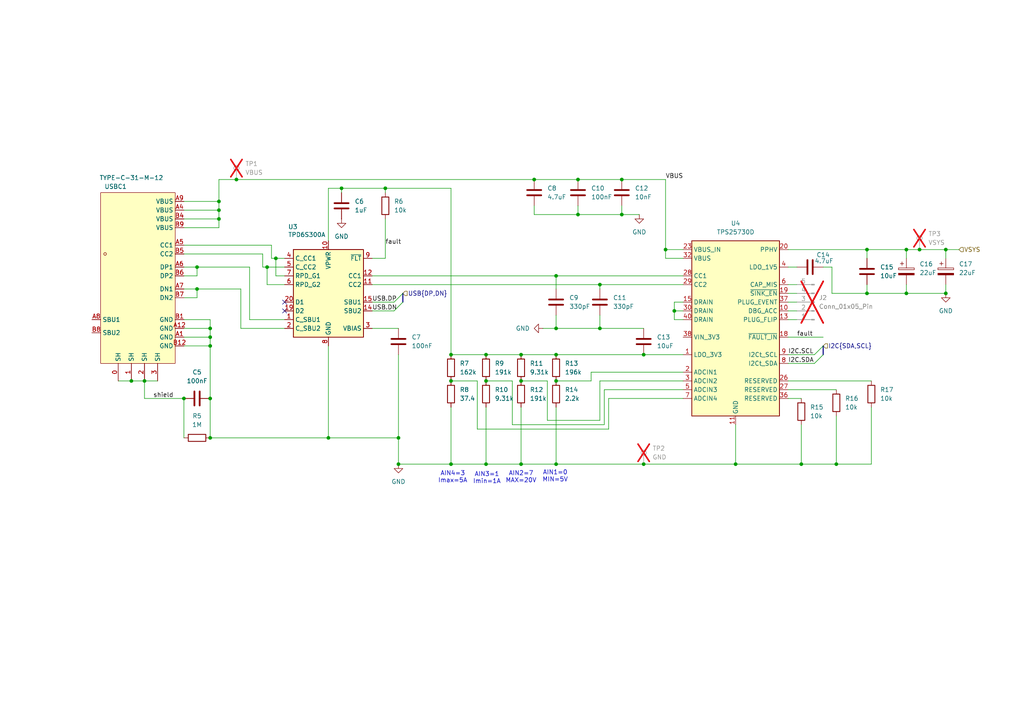
<source format=kicad_sch>
(kicad_sch (version 20250114) (generator "eeschema") (generator_version "9.0")
  (paper "A4")
  (title_block (title "5-20V USB-PD Sink with ESD / OVP") (date "2025-01-04") (rev "1"))
  (lib_symbols
    (symbol "Connector:Conn_01x05_Pin" (pin_names (offset 1.016) (hide yes))
      (property "Reference" "J" (at 0 7.62 0))
      (property "Value" "Conn_01x05_Pin" (at 0 -7.62 0))
      (symbol "Conn_01x05_Pin_1_1"
        (rectangle (start 0.8636 5.207) (end 0 4.953) (stroke (width 0.1524)) (fill (type outline)))
        (rectangle (start 0.8636 2.667) (end 0 2.413) (stroke (width 0.1524)) (fill (type outline)))
        (rectangle (start 0.8636 0.127) (end 0 -0.127) (stroke (width 0.1524)) (fill (type outline)))
        (rectangle (start 0.8636 -2.413) (end 0 -2.667) (stroke (width 0.1524)) (fill (type outline)))
        (rectangle (start 0.8636 -4.953) (end 0 -5.207) (stroke (width 0.1524)) (fill (type outline)))
        (polyline (pts (xy 1.27 5.08) (xy 0.8636 5.08)) (stroke (width 0.1524)))
        (polyline (pts (xy 1.27 2.54) (xy 0.8636 2.54)) (stroke (width 0.1524)))
        (polyline (pts (xy 1.27 0) (xy 0.8636 0)) (stroke (width 0.1524)))
        (polyline (pts (xy 1.27 -2.54) (xy 0.8636 -2.54)) (stroke (width 0.1524)))
        (polyline (pts (xy 1.27 -5.08) (xy 0.8636 -5.08)) (stroke (width 0.1524)))
        (pin passive line (at 5.08 5.08 180) (length 3.81) (name "Pin_1") (number "1"))
        (pin passive line (at 5.08 2.54 180) (length 3.81) (name "Pin_2") (number "2"))
        (pin passive line (at 5.08 0 180) (length 3.81) (name "Pin_3") (number "3"))
        (pin passive line (at 5.08 -2.54 180) (length 3.81) (name "Pin_4") (number "4"))
        (pin passive line (at 5.08 -5.08 180) (length 3.81) (name "Pin_5") (number "5"))
      )
    )
    (symbol "Connector:TestPoint" (pin_numbers (hide yes)) (pin_names (offset 0.762) (hide yes))
      (property "Reference" "TP" (at 0 6.858 0))
      (property "Value" "TestPoint" (at 0 5.08 0))
      (symbol "TestPoint_0_1"
        (circle (center 0 3.302) (radius 0.762))
      )
      (symbol "TestPoint_1_1"
        (pin passive line (at 0 0 90) (length 2.54) (name "1") (number "1"))
      )
    )
    (symbol "Device:C" (pin_numbers (hide yes)) (pin_names (offset 0.254))
      (property "Reference" "C" (at 0.635 2.54 0))
      (property "Value" "C" (at 0.635 -2.54 0))
      (symbol "C_0_1"
        (polyline (pts (xy -2.032 0.762) (xy 2.032 0.762)) (stroke (width 0.508)))
        (polyline (pts (xy -2.032 -0.762) (xy 2.032 -0.762)) (stroke (width 0.508)))
      )
      (symbol "C_1_1"
        (pin passive line (at 0 3.81 270) (length 2.794) (name "~") (number "1"))
        (pin passive line (at 0 -3.81 90) (length 2.794) (name "~") (number "2"))
      )
    )
    (symbol "Device:C_Polarized" (pin_numbers (hide yes)) (pin_names (offset 0.254))
      (property "Reference" "C" (at 0.635 2.54 0))
      (property "Value" "C_Polarized" (at 0.635 -2.54 0))
      (symbol "C_Polarized_0_1"
        (rectangle (start -2.286 0.508) (end 2.286 1.016))
        (polyline (pts (xy -1.778 2.286) (xy -0.762 2.286)))
        (polyline (pts (xy -1.27 2.794) (xy -1.27 1.778)))
        (rectangle (start 2.286 -0.508) (end -2.286 -1.016) (fill (type outline)))
      )
      (symbol "C_Polarized_1_1"
        (pin passive line (at 0 3.81 270) (length 2.794) (name "~") (number "1"))
        (pin passive line (at 0 -3.81 90) (length 2.794) (name "~") (number "2"))
      )
    )
    (symbol "Device:R" (pin_numbers (hide yes)) (pin_names (offset 0))
      (property "Reference" "R" (at 2.032 0 90))
      (property "Value" "R" (at 0 0 90))
      (symbol "R_0_1"
        (rectangle (start -1.016 -2.54) (end 1.016 2.54) (stroke (width 0.254)))
      )
      (symbol "R_1_1"
        (pin passive line (at 0 3.81 270) (length 1.27) (name "~") (number "1"))
        (pin passive line (at 0 -3.81 90) (length 1.27) (name "~") (number "2"))
      )
    )
    (symbol "Interface_USB:TPS25730D"
      (property "Reference" "U" (at -12.192 26.924 0))
      (property "Value" "TPS25730D" (at 7.874 -26.924 0))
      (symbol "TPS25730D_1_1"
        (rectangle (start -12.7 25.4) (end 12.7 -25.4) (stroke (width 0.254)) (fill (type background)))
        (pin power_in line (at -15.24 22.86 0) (length 2.54) (name "VBUS_IN") (number "23"))
        (pin power_in line (at -15.24 20.32 0) (length 2.54) (name "VBUS") (number "32"))
        (pin bidirectional line (at -15.24 15.24 0) (length 2.54) (name "CC1") (number "28"))
        (pin bidirectional line (at -15.24 12.7 0) (length 2.54) (name "CC2") (number "29"))
        (pin passive line (at -15.24 7.62 0) (length 2.54) (name "DRAIN") (number "15"))
        (pin passive line (at -15.24 5.08 0) (length 2.54) (name "DRAIN") (number "30"))
        (pin passive line (at -15.24 2.54 0) (length 2.54) (name "DRAIN") (number "40"))
        (pin power_in line (at -15.24 -2.54 0) (length 2.54) (name "VIN_3V3") (number "38"))
        (pin power_out line (at -15.24 -7.62 0) (length 2.54) (name "LDO_3V3") (number "1"))
        (pin input line (at -15.24 -12.7 0) (length 2.54) (name "ADCIN1") (number "2"))
        (pin input line (at -15.24 -15.24 0) (length 2.54) (name "ADCIN2") (number "3"))
        (pin input line (at -15.24 -17.78 0) (length 2.54) (name "ADCIN3") (number "5"))
        (pin input line (at -15.24 -20.32 0) (length 2.54) (name "ADCIN4") (number "7"))
        (pin power_in line (at 0 -27.94 90) (length 2.54) (name "GND") (number "11"))
        (pin passive line (at 0 -27.94 90) (length 2.54) (hide yes) (name "GND") (number "12"))
        (pin passive line (at 0 -27.94 90) (length 2.54) (hide yes) (name "GND") (number "14"))
        (pin passive line (at 0 -27.94 90) (length 2.54) (hide yes) (name "GND") (number "16"))
        (pin passive line (at 0 -27.94 90) (length 2.54) (hide yes) (name "GND") (number "17"))
        (pin passive line (at 0 -27.94 90) (length 2.54) (hide yes) (name "GND") (number "31"))
        (pin passive line (at 0 -27.94 90) (length 2.54) (hide yes) (name "GND") (number "34"))
        (pin passive line (at 0 -27.94 90) (length 2.54) (hide yes) (name "GND") (number "39"))
        (pin bidirectional line (at 15.24 22.86 180) (length 2.54) (name "PPHV") (number "20"))
        (pin output line (at 15.24 17.78 180) (length 2.54) (name "LDO_1V5") (number "4"))
        (pin open_collector line (at 15.24 12.7 180) (length 2.54) (name "CAP_MIS") (number "6"))
        (pin open_collector line (at 15.24 10.16 180) (length 2.54) (name "~{SINK_EN}") (number "19"))
        (pin open_collector line (at 15.24 7.62 180) (length 2.54) (name "PLUG_EVENT") (number "37"))
        (pin open_collector line (at 15.24 5.08 180) (length 2.54) (name "DBG_ACC") (number "10"))
        (pin open_collector line (at 15.24 2.54 180) (length 2.54) (name "PLUG_FLIP") (number "13"))
        (pin input line (at 15.24 -2.54 180) (length 2.54) (name "~{FAULT_IN}") (number "18"))
        (pin input line (at 15.24 -7.62 180) (length 2.54) (name "I2Ct_SCL") (number "9"))
        (pin bidirectional line (at 15.24 -10.16 180) (length 2.54) (name "I2Ct_SDA") (number "8"))
        (pin input line (at 15.24 -15.24 180) (length 2.54) (name "RESERVED") (number "26"))
        (pin input line (at 15.24 -17.78 180) (length 2.54) (name "RESERVED") (number "27"))
        (pin input line (at 15.24 -20.32 180) (length 2.54) (name "RESERVED") (number "36"))
      )
    )
    (symbol "Power_Protection:TPD6S300A"
      (property "Reference" "U" (at -8.89 13.97 0))
      (property "Value" "TPD6S300A" (at 7.62 -15.24 0))
      (symbol "TPD6S300A_0_1"
        (rectangle (start -10.16 12.7) (end 10.16 -12.7) (stroke (width 0.254)) (fill (type background)))
      )
      (symbol "TPD6S300A_1_1"
        (pin bidirectional line (at -12.7 10.16 0) (length 2.54) (name "C_CC1") (number "4"))
        (pin bidirectional line (at -12.7 7.62 0) (length 2.54) (name "C_CC2") (number "5"))
        (pin bidirectional line (at -12.7 5.08 0) (length 2.54) (name "RPD_G1") (number "7"))
        (pin bidirectional line (at -12.7 2.54 0) (length 2.54) (name "RPD_G2") (number "6"))
        (pin passive line (at -12.7 -2.54 0) (length 2.54) (name "D1") (number "20"))
        (pin passive line (at -12.7 -5.08 0) (length 2.54) (name "D2") (number "19"))
        (pin bidirectional line (at -12.7 -7.62 0) (length 2.54) (name "C_SBU1") (number "1"))
        (pin bidirectional line (at -12.7 -10.16 0) (length 2.54) (name "C_SBU2") (number "2"))
        (pin power_in line (at 0 15.24 270) (length 2.54) (name "VPWR") (number "10"))
        (pin passive line (at 0 -15.24 90) (length 2.54) (hide yes) (name "GND") (number "13"))
        (pin passive line (at 0 -15.24 90) (length 2.54) (hide yes) (name "GND") (number "16"))
        (pin passive line (at 0 -15.24 90) (length 2.54) (hide yes) (name "GND") (number "17"))
        (pin passive line (at 0 -15.24 90) (length 2.54) (hide yes) (name "GND") (number "18"))
        (pin passive line (at 0 -15.24 90) (length 2.54) (hide yes) (name "GND") (number "21"))
        (pin power_in line (at 0 -15.24 90) (length 2.54) (name "GND") (number "8"))
        (pin open_collector line (at 12.7 10.16 180) (length 2.54) (name "~{FLT}") (number "9"))
        (pin bidirectional line (at 12.7 5.08 180) (length 2.54) (name "CC1") (number "12"))
        (pin bidirectional line (at 12.7 2.54 180) (length 2.54) (name "CC2") (number "11"))
        (pin bidirectional line (at 12.7 -2.54 180) (length 2.54) (name "SBU1") (number "15"))
        (pin bidirectional line (at 12.7 -5.08 180) (length 2.54) (name "SBU2") (number "14"))
        (pin passive line (at 12.7 -10.16 180) (length 2.54) (name "VBIAS") (number "3"))
      )
    )
    (symbol "easyeda2kicad:TYPE-C-31-M-12"
      (property "Reference" "USBC" (at -5.842 34.29 0))
      (property "Value" "TYPE-C-31-M-12" (at 0 -26.67 0))
      (symbol "TYPE-C-31-M-12_0_1"
        (rectangle (start -8.89 33.02) (end 12.7 -16.51) (fill (type background)))
        (circle (center -7.62 15.24) (radius 0.38))
        (pin unspecified line (at -11.43 -3.81 0) (length 2.54) (name "SBU1") (number "A8"))
        (pin unspecified line (at -11.43 -7.62 0) (length 2.54) (name "SBU2") (number "B8"))
        (pin unspecified line (at -3.81 -21.59 90) (length 5.08) (name "SH") (number "0"))
        (pin unspecified line (at 15.24 30.48 180) (length 2.54) (name "VBUS") (number "A9"))
        (pin unspecified line (at 15.24 27.94 180) (length 2.54) (name "VBUS") (number "A4"))
        (pin unspecified line (at 15.24 25.4 180) (length 2.54) (name "VBUS") (number "B4"))
        (pin unspecified line (at 15.24 22.86 180) (length 2.54) (name "VBUS") (number "B9"))
        (pin unspecified line (at 15.24 17.78 180) (length 2.54) (name "CC1") (number "A5"))
        (pin unspecified line (at 15.24 15.24 180) (length 2.54) (name "CC2") (number "B5"))
        (pin unspecified line (at 15.24 11.43 180) (length 2.54) (name "DP1") (number "A6"))
        (pin unspecified line (at 15.24 8.89 180) (length 2.54) (name "DP2") (number "B6"))
        (pin unspecified line (at 15.24 5.08 180) (length 2.54) (name "DN1") (number "A7"))
        (pin unspecified line (at 15.24 2.54 180) (length 2.54) (name "DN2") (number "B7"))
        (pin unspecified line (at 15.24 -3.81 180) (length 2.54) (name "GND") (number "B1"))
        (pin unspecified line (at 15.24 -6.35 180) (length 2.54) (name "GND") (number "A12"))
        (pin unspecified line (at 15.24 -8.89 180) (length 2.54) (name "GND") (number "A1"))
        (pin unspecified line (at 15.24 -11.43 180) (length 2.54) (name "GND") (number "B12"))
      )
      (symbol "TYPE-C-31-M-12_1_1"
        (pin unspecified line (at 0 -21.59 90) (length 5.08) (name "SH") (number "1"))
        (pin unspecified line (at 3.81 -21.59 90) (length 5.08) (name "SH") (number "2"))
        (pin unspecified line (at 7.62 -21.59 90) (length 5.08) (name "SH") (number "3"))
      )
    )
    (symbol "power:GND" (power) (pin_numbers (hide yes)) (pin_names (offset 0) (hide yes))
      (property "Value" "GND" (at 0 -3.81 0))
      (symbol "GND_0_1"
        (polyline (pts (xy 0 0) (xy 0 -1.27) (xy 1.27 -1.27) (xy 0 -2.54) (xy -1.27 -1.27) (xy 0 -1.27)))
      )
      (symbol "GND_1_1"
        (pin power_in line (at 0 0 270) (length 0) (name "~") (number "1"))
      )
    )
  )
  (text "AIN1=0\nMIN=5V" (at 161.036 138.176 0) (effects (font (size 1.27 1.27))))
  (text "AIN3=1\nImin=1A" (at 141.224 138.684 0) (effects (font (size 1.27 1.27))))
  (text "AIN4=3\nImax=5A" (at 131.318 138.43 0) (effects (font (size 1.27 1.27))))
  (text "AIN2=7\nMAX=20V" (at 151.13 138.43 0) (effects (font (size 1.27 1.27))))
  (junction (at 151.13 110.49))
  (junction (at 115.57 134.62))
  (junction (at 111.76 54.61))
  (junction (at 99.06 54.61))
  (junction (at 77.47 77.47))
  (junction (at 262.89 85.09))
  (junction (at 161.29 80.01))
  (junction (at 274.32 85.09))
  (junction (at 167.64 62.23))
  (junction (at 266.7 72.39))
  (junction (at 251.46 72.39))
  (junction (at 262.89 72.39))
  (junction (at 232.41 134.62))
  (junction (at 60.96 95.25))
  (junction (at 53.34 115.57))
  (junction (at 154.94 52.07))
  (junction (at 193.04 72.39))
  (junction (at 251.46 85.09))
  (junction (at 60.96 97.79))
  (junction (at 161.29 102.87))
  (junction (at 195.58 90.17))
  (junction (at 186.69 134.62))
  (junction (at 180.34 52.07))
  (junction (at 68.58 52.07))
  (junction (at 130.81 110.49))
  (junction (at 63.5 63.5))
  (junction (at 63.5 58.42))
  (junction (at 115.57 127))
  (junction (at 161.29 95.25))
  (junction (at 95.25 127))
  (junction (at 151.13 134.62))
  (junction (at 38.1 110.49))
  (junction (at 180.34 62.23))
  (junction (at 140.97 110.49))
  (junction (at 173.99 95.25))
  (junction (at 140.97 102.87))
  (junction (at 130.81 102.87))
  (junction (at 57.15 83.82))
  (junction (at 167.64 52.07))
  (junction (at 274.32 72.39))
  (junction (at 151.13 102.87))
  (junction (at 60.96 100.33))
  (junction (at 63.5 60.96))
  (junction (at 60.96 127))
  (junction (at 161.29 110.49))
  (junction (at 186.69 102.87))
  (junction (at 57.15 77.47))
  (junction (at 140.97 134.62))
  (junction (at 161.29 134.62))
  (junction (at 60.96 115.57))
  (junction (at 41.91 110.49))
  (junction (at 242.57 134.62))
  (junction (at 130.81 134.62))
  (junction (at 80.01 74.93))
  (junction (at 213.36 134.62))
  (junction (at 173.99 82.55))
  (no_connect (at 82.55 90.17))
  (no_connect (at 82.55 87.63))
  (bus_entry (at 238.76 100.33) (size -2.54 2.54))
  (bus_entry (at 116.84 87.63) (size -2.54 2.54))
  (bus_entry (at 238.76 102.87) (size -2.54 2.54))
  (bus_entry (at 116.84 85.09) (size -2.54 2.54))
  (wire (pts (xy 130.81 134.62) (xy 115.57 134.62)))
  (wire (pts (xy 251.46 85.09) (xy 262.89 85.09)))
  (wire (pts (xy 140.97 102.87) (xy 130.81 102.87)))
  (wire (pts (xy 180.34 59.69) (xy 180.34 62.23)))
  (wire (pts (xy 60.96 115.57) (xy 60.96 127)))
  (wire (pts (xy 228.6 113.03) (xy 242.57 113.03)))
  (wire (pts (xy 57.15 83.82) (xy 69.85 83.82)))
  (wire (pts (xy 228.6 77.47) (xy 231.14 77.47)))
  (wire (pts (xy 60.96 97.79) (xy 60.96 100.33)))
  (wire (pts (xy 173.99 110.49) (xy 173.99 121.92)))
  (wire (pts (xy 148.59 123.19) (xy 148.59 110.49)))
  (wire (pts (xy 107.95 95.25) (xy 115.57 95.25)))
  (wire (pts (xy 167.64 62.23) (xy 180.34 62.23)))
  (wire (pts (xy 72.39 77.47) (xy 72.39 92.71)))
  (wire (pts (xy 161.29 110.49) (xy 171.45 110.49)))
  (wire (pts (xy 232.41 123.19) (xy 232.41 134.62)))
  (wire (pts (xy 262.89 82.55) (xy 262.89 85.09)))
  (wire (pts (xy 138.43 124.46) (xy 138.43 110.49)))
  (wire (pts (xy 53.34 97.79) (xy 60.96 97.79)))
  (wire (pts (xy 251.46 82.55) (xy 251.46 85.09)))
  (wire (pts (xy 173.99 91.44) (xy 173.99 95.25)))
  (wire (pts (xy 198.12 115.57) (xy 176.53 115.57)))
  (wire (pts (xy 41.91 115.57) (xy 41.91 110.49)))
  (wire (pts (xy 148.59 123.19) (xy 175.26 123.19)))
  (wire (pts (xy 80.01 80.01) (xy 80.01 74.93)))
  (wire (pts (xy 173.99 83.82) (xy 173.99 82.55)))
  (wire (pts (xy 115.57 127) (xy 95.25 127)))
  (wire (pts (xy 95.25 100.33) (xy 95.25 127)))
  (wire (pts (xy 228.6 90.17) (xy 231.14 90.17)))
  (wire (pts (xy 78.74 71.12) (xy 78.74 74.93)))
  (wire (pts (xy 262.89 74.93) (xy 262.89 72.39)))
  (wire (pts (xy 138.43 110.49) (xy 130.81 110.49)))
  (wire (pts (xy 173.99 82.55) (xy 198.12 82.55)))
  (wire (pts (xy 38.1 110.49) (xy 41.91 110.49)))
  (wire (pts (xy 262.89 72.39) (xy 266.7 72.39)))
  (wire (pts (xy 154.94 59.69) (xy 154.94 62.23)))
  (wire (pts (xy 161.29 95.25) (xy 173.99 95.25)))
  (wire (pts (xy 171.45 107.95) (xy 171.45 110.49)))
  (wire (pts (xy 57.15 77.47) (xy 72.39 77.47)))
  (wire (pts (xy 173.99 95.25) (xy 186.69 95.25)))
  (wire (pts (xy 171.45 107.95) (xy 198.12 107.95)))
  (wire (pts (xy 180.34 52.07) (xy 193.04 52.07)))
  (wire (pts (xy 115.57 134.62) (xy 115.57 127)))
  (wire (pts (xy 251.46 72.39) (xy 262.89 72.39)))
  (wire (pts (xy 53.34 63.5) (xy 63.5 63.5)))
  (wire (pts (xy 111.76 54.61) (xy 111.76 55.88)))
  (wire (pts (xy 274.32 82.55) (xy 274.32 85.09)))
  (wire (pts (xy 53.34 95.25) (xy 60.96 95.25)))
  (wire (pts (xy 198.12 87.63) (xy 195.58 87.63)))
  (wire (pts (xy 176.53 115.57) (xy 176.53 124.46)))
  (wire (pts (xy 53.34 86.36) (xy 57.15 86.36)))
  (wire (pts (xy 198.12 74.93) (xy 193.04 74.93)))
  (wire (pts (xy 161.29 91.44) (xy 161.29 95.25)))
  (wire (pts (xy 34.29 110.49) (xy 38.1 110.49)))
  (wire (pts (xy 78.74 74.93) (xy 80.01 74.93)))
  (wire (pts (xy 111.76 54.61) (xy 130.81 54.61)))
  (wire (pts (xy 72.39 92.71) (xy 82.55 92.71)))
  (wire (pts (xy 82.55 82.55) (xy 77.47 82.55)))
  (wire (pts (xy 180.34 62.23) (xy 185.42 62.23)))
  (wire (pts (xy 167.64 52.07) (xy 180.34 52.07)))
  (wire (pts (xy 186.69 102.87) (xy 198.12 102.87)))
  (wire (pts (xy 130.81 54.61) (xy 130.81 102.87)))
  (wire (pts (xy 154.94 62.23) (xy 167.64 62.23)))
  (wire (pts (xy 266.7 72.39) (xy 274.32 72.39)))
  (wire (pts (xy 213.36 134.62) (xy 186.69 134.62)))
  (wire (pts (xy 232.41 134.62) (xy 242.57 134.62)))
  (wire (pts (xy 213.36 134.62) (xy 232.41 134.62)))
  (wire (pts (xy 63.5 52.07) (xy 68.58 52.07)))
  (wire (pts (xy 53.34 58.42) (xy 63.5 58.42)))
  (bus (pts (xy 238.76 100.33) (xy 238.76 102.87)))
  (wire (pts (xy 53.34 100.33) (xy 60.96 100.33)))
  (wire (pts (xy 228.6 87.63) (xy 231.14 87.63)))
  (wire (pts (xy 41.91 110.49) (xy 45.72 110.49)))
  (wire (pts (xy 175.26 113.03) (xy 175.26 123.19)))
  (wire (pts (xy 140.97 102.87) (xy 151.13 102.87)))
  (wire (pts (xy 63.5 66.04) (xy 63.5 63.5)))
  (wire (pts (xy 195.58 90.17) (xy 198.12 90.17)))
  (wire (pts (xy 53.34 60.96) (xy 63.5 60.96)))
  (wire (pts (xy 99.06 55.88) (xy 99.06 54.61)))
  (wire (pts (xy 107.95 80.01) (xy 161.29 80.01)))
  (wire (pts (xy 176.53 124.46) (xy 138.43 124.46)))
  (wire (pts (xy 161.29 83.82) (xy 161.29 80.01)))
  (wire (pts (xy 193.04 72.39) (xy 193.04 74.93)))
  (wire (pts (xy 151.13 118.11) (xy 151.13 134.62)))
  (bus (pts (xy 116.84 85.09) (xy 116.84 87.63)))
  (wire (pts (xy 161.29 80.01) (xy 198.12 80.01)))
  (wire (pts (xy 251.46 74.93) (xy 251.46 72.39)))
  (wire (pts (xy 53.34 115.57) (xy 53.34 127)))
  (wire (pts (xy 77.47 77.47) (xy 82.55 77.47)))
  (wire (pts (xy 151.13 134.62) (xy 140.97 134.62)))
  (wire (pts (xy 228.6 72.39) (xy 251.46 72.39)))
  (wire (pts (xy 60.96 95.25) (xy 60.96 97.79)))
  (wire (pts (xy 193.04 52.07) (xy 193.04 72.39)))
  (wire (pts (xy 76.2 77.47) (xy 77.47 77.47)))
  (wire (pts (xy 228.6 85.09) (xy 231.14 85.09)))
  (wire (pts (xy 130.81 118.11) (xy 130.81 134.62)))
  (wire (pts (xy 63.5 58.42) (xy 63.5 52.07)))
  (wire (pts (xy 213.36 123.19) (xy 213.36 134.62)))
  (wire (pts (xy 274.32 74.93) (xy 274.32 72.39)))
  (wire (pts (xy 241.3 77.47) (xy 241.3 85.09)))
  (wire (pts (xy 274.32 72.39) (xy 278.13 72.39)))
  (wire (pts (xy 57.15 86.36) (xy 57.15 83.82)))
  (wire (pts (xy 158.75 121.92) (xy 158.75 110.49)))
  (wire (pts (xy 228.6 97.79) (xy 238.76 97.79)))
  (wire (pts (xy 198.12 113.03) (xy 175.26 113.03)))
  (wire (pts (xy 228.6 110.49) (xy 252.73 110.49)))
  (wire (pts (xy 111.76 63.5) (xy 111.76 74.93)))
  (wire (pts (xy 60.96 92.71) (xy 60.96 95.25)))
  (wire (pts (xy 53.34 73.66) (xy 76.2 73.66)))
  (wire (pts (xy 53.34 92.71) (xy 60.96 92.71)))
  (wire (pts (xy 242.57 120.65) (xy 242.57 134.62)))
  (wire (pts (xy 53.34 71.12) (xy 78.74 71.12)))
  (wire (pts (xy 99.06 54.61) (xy 111.76 54.61)))
  (wire (pts (xy 115.57 102.87) (xy 115.57 127)))
  (wire (pts (xy 53.34 77.47) (xy 57.15 77.47)))
  (wire (pts (xy 69.85 83.82) (xy 69.85 95.25)))
  (wire (pts (xy 228.6 92.71) (xy 231.14 92.71)))
  (wire (pts (xy 195.58 92.71) (xy 195.58 90.17)))
  (wire (pts (xy 63.5 60.96) (xy 63.5 58.42)))
  (wire (pts (xy 151.13 102.87) (xy 161.29 102.87)))
  (wire (pts (xy 53.34 83.82) (xy 57.15 83.82)))
  (wire (pts (xy 107.95 82.55) (xy 173.99 82.55)))
  (wire (pts (xy 198.12 110.49) (xy 173.99 110.49)))
  (wire (pts (xy 173.99 121.92) (xy 158.75 121.92)))
  (wire (pts (xy 53.34 66.04) (xy 63.5 66.04)))
  (wire (pts (xy 241.3 85.09) (xy 251.46 85.09)))
  (wire (pts (xy 262.89 85.09) (xy 274.32 85.09)))
  (wire (pts (xy 140.97 134.62) (xy 130.81 134.62)))
  (wire (pts (xy 238.76 77.47) (xy 241.3 77.47)))
  (wire (pts (xy 107.95 90.17) (xy 114.3 90.17)))
  (wire (pts (xy 228.6 115.57) (xy 232.41 115.57)))
  (wire (pts (xy 148.59 110.49) (xy 140.97 110.49)))
  (wire (pts (xy 107.95 87.63) (xy 114.3 87.63)))
  (wire (pts (xy 161.29 102.87) (xy 186.69 102.87)))
  (wire (pts (xy 80.01 74.93) (xy 82.55 74.93)))
  (wire (pts (xy 111.76 74.93) (xy 107.95 74.93)))
  (wire (pts (xy 158.75 110.49) (xy 151.13 110.49)))
  (wire (pts (xy 60.96 100.33) (xy 60.96 115.57)))
  (wire (pts (xy 228.6 102.87) (xy 236.22 102.87)))
  (wire (pts (xy 228.6 105.41) (xy 236.22 105.41)))
  (wire (pts (xy 167.64 59.69) (xy 167.64 62.23)))
  (wire (pts (xy 186.69 134.62) (xy 161.29 134.62)))
  (wire (pts (xy 154.94 52.07) (xy 167.64 52.07)))
  (wire (pts (xy 82.55 80.01) (xy 80.01 80.01)))
  (wire (pts (xy 161.29 134.62) (xy 151.13 134.62)))
  (wire (pts (xy 63.5 63.5) (xy 63.5 60.96)))
  (wire (pts (xy 161.29 118.11) (xy 161.29 134.62)))
  (wire (pts (xy 140.97 118.11) (xy 140.97 134.62)))
  (wire (pts (xy 77.47 82.55) (xy 77.47 77.47)))
  (wire (pts (xy 57.15 80.01) (xy 57.15 77.47)))
  (wire (pts (xy 193.04 72.39) (xy 198.12 72.39)))
  (wire (pts (xy 95.25 127) (xy 60.96 127)))
  (wire (pts (xy 95.25 54.61) (xy 95.25 69.85)))
  (wire (pts (xy 198.12 92.71) (xy 195.58 92.71)))
  (wire (pts (xy 53.34 80.01) (xy 57.15 80.01)))
  (wire (pts (xy 69.85 95.25) (xy 82.55 95.25)))
  (wire (pts (xy 68.58 52.07) (xy 154.94 52.07)))
  (wire (pts (xy 228.6 82.55) (xy 231.14 82.55)))
  (wire (pts (xy 252.73 118.11) (xy 252.73 134.62)))
  (wire (pts (xy 95.25 54.61) (xy 99.06 54.61)))
  (wire (pts (xy 157.48 95.25) (xy 161.29 95.25)))
  (wire (pts (xy 242.57 134.62) (xy 252.73 134.62)))
  (wire (pts (xy 76.2 73.66) (xy 76.2 77.47)))
  (wire (pts (xy 195.58 87.63) (xy 195.58 90.17)))
  (wire (pts (xy 53.34 115.57) (xy 41.91 115.57)))
  (label "fault" (at 231.14 97.79 0))
  (label "I2C.SDA" (at 228.6 105.41 0))
  (label "VBUS" (at 193.04 52.07 0))
  (label "I2C.SCL" (at 228.6 102.87 0))
  (label "USB.DP" (at 107.95 87.63 0))
  (label "shield" (at 44.45 115.57 0))
  (label "USB.DN" (at 107.95 90.17 0))
  (label "fault" (at 111.76 71.12 0))
  (hierarchical_label "I2C{SDA,SCL}" (shape input) (at 238.76 100.33 0))
  (hierarchical_label "VSYS" (shape input) (at 278.13 72.39 0))
  (hierarchical_label "USB{DP,DN}" (shape input) (at 116.84 85.09 0))
  (symbol (lib_id "power:GND") (at 99.06 63.5 0) (unit 1)
    (property "Reference" "#PWR019" (effects (hide yes)))
    (property "Value" "GND" (at 99.06 68.58 0))
    (property "Description" "Power symbol creates a global label with name \"GND\" , ground" (effects (hide yes)))
  )
  (symbol (lib_id "power:GND") (at 157.48 95.25 270) (unit 1)
    (property "Reference" "#PWR021" (effects (hide yes)))
    (property "Value" "GND" (at 153.67 95.2499 90) (effects (justify right)))
    (property "Description" "Power symbol creates a global label with name \"GND\" , ground" (effects (hide yes)))
  )
  (symbol (lib_id "Device:C") (at 154.94 55.88 0) (unit 1)
    (property "Reference" "C8" (at 158.75 54.6099 0) (effects (justify left)))
    (property "Value" "4.7uF" (at 158.75 57.1499 0) (effects (justify left)))
    (property "Footprint" "Capacitor_SMD:C_0603_1608Metric" (effects (hide yes)))
    (property "Description" "Unpolarized capacitor" (effects (hide yes)))
  )
  (symbol (lib_id "Device:R") (at 161.29 106.68 0) (unit 1)
    (property "Reference" "R13" (at 163.83 105.4099 0) (effects (justify left)))
    (property "Value" "196k" (at 163.83 107.9499 0) (effects (justify left)))
    (property "Footprint" "Resistor_SMD:R_0603_1608Metric" (effects (hide yes)))
    (property "Description" "Resistor" (effects (hide yes)))
  )
  (symbol (lib_id "Device:R") (at 111.76 59.69 0) (unit 1)
    (property "Reference" "R6" (at 114.3 58.4199 0) (effects (justify left)))
    (property "Value" "10k" (at 114.3 60.9599 0) (effects (justify left)))
    (property "Footprint" "Resistor_SMD:R_0603_1608Metric" (effects (hide yes)))
    (property "Description" "Resistor" (effects (hide yes)))
  )
  (symbol (lib_id "Device:R") (at 140.97 106.68 0) (unit 1)
    (property "Reference" "R9" (at 143.51 105.4099 0) (effects (justify left)))
    (property "Value" "191k" (at 143.51 107.9499 0) (effects (justify left)))
    (property "Footprint" "Resistor_SMD:R_0603_1608Metric" (effects (hide yes)))
    (property "Description" "Resistor" (effects (hide yes)))
  )
  (symbol (lib_id "Interface_USB:TPS25730D") (at 213.36 95.25 0) (unit 1)
    (property "Reference" "U4" (at 213.36 64.77 0))
    (property "Value" "TPS25730D" (at 213.36 67.31 0))
    (property "Footprint" "Package_DFN_QFN:Texas_REF0038A_WQFN-38-2EP_6x4mm_P0.4" (effects (hide yes)))
    (property "Datasheet" "https://www.ti.com/lit/ds/symlink/tps25730.pdf" (effects (hide yes)))
    (property "Description" "USB Type-C and USB PD Controller, Integrated Power Switches, QFN-38" (effects (hide yes)))
  )
  (symbol (lib_id "easyeda2kicad:TYPE-C-31-M-12") (at 38.1 88.9 0) (unit 1)
    (property "Reference" "USBC1" (at 33.528 54.102 0))
    (property "Value" "TYPE-C-31-M-12" (at 38.1 51.562 0))
    (property "Footprint" "easyeda2kicad:USB-C_SMD-TYPE-C-31-M-12" (effects (hide yes)))
    (property "Datasheet" "https://lcsc.com/product-detail/USB-Type-C_Korean-Hroparts-Elec-TYPE-C-31-M-12_C165948.html" (effects (hide yes)))
    (property "LCSC Part" "C165948" (effects (hide yes)))
  )
  (symbol (lib_id "Power_Protection:TPD6S300A") (at 95.25 85.09 0) (unit 1)
    (property "Reference" "U3" (at 83.566 65.786 0) (effects (justify left)))
    (property "Value" "TPD6S300A" (at 83.566 68.072 0) (effects (justify left)))
    (property "Footprint" "Package_DFN_QFN:WQFN-20-1EP_3x3mm_P0.4mm_EP1.7x1.7mm_ThermalVias" (effects (hide yes)))
    (property "Datasheet" "https://www.ti.com/lit/ds/symlink/tpd6s300a.pdf" (effects (hide yes)))
    (property "Description" "USB Type-C Port Protector: Short-to-VBUS Overvoltage and IEC ESD Protection, WQFN-20" (effects (hide yes)))
  )
  (symbol (lib_id "Connector:TestPoint") (at 68.58 52.07 0) (unit 1) (in_bom no) (dnp yes)
    (property "Reference" "TP1" (at 71.12 47.4979 0) (effects (justify left)))
    (property "Value" "VBUS" (at 71.12 50.0379 0) (effects (justify left)))
    (property "Footprint" "Connector_Pin:Pin_D1.0mm_L10.0mm" (effects (hide yes)))
    (property "Description" "test point" (effects (hide yes)))
  )
  (symbol (lib_id "Device:C") (at 234.95 77.47 90) (unit 1)
    (property "Reference" "C14" (at 238.76 73.914 90))
    (property "Value" "4.7uF" (at 239.014 75.692 90))
    (property "Footprint" "Capacitor_SMD:C_0603_1608Metric" (effects (hide yes)))
    (property "Description" "Unpolarized capacitor" (effects (hide yes)))
  )
  (symbol (lib_id "Device:C") (at 99.06 59.69 0) (unit 1)
    (property "Reference" "C6" (at 102.87 58.4199 0) (effects (justify left)))
    (property "Value" "1uF" (at 102.87 60.9599 0) (effects (justify left)))
    (property "Footprint" "Capacitor_SMD:C_0603_1608Metric" (effects (hide yes)))
    (property "Description" "Unpolarized capacitor" (effects (hide yes)))
  )
  (symbol (lib_id "Device:C") (at 115.57 99.06 0) (unit 1)
    (property "Reference" "C7" (at 119.38 97.7899 0) (effects (justify left)))
    (property "Value" "100nF" (at 119.38 100.3299 0) (effects (justify left)))
    (property "Footprint" "Capacitor_SMD:C_0603_1608Metric" (effects (hide yes)))
    (property "Description" "Unpolarized capacitor" (effects (hide yes)))
  )
  (symbol (lib_id "Device:R") (at 57.15 127 90) (unit 1)
    (property "Reference" "R5" (at 57.15 120.65 90))
    (property "Value" "1M" (at 57.15 123.19 90))
    (property "Footprint" "Resistor_SMD:R_0603_1608Metric" (effects (hide yes)))
    (property "Description" "Resistor" (effects (hide yes)))
  )
  (symbol (lib_id "power:GND") (at 115.57 134.62 0) (unit 1)
    (property "Reference" "#PWR020" (effects (hide yes)))
    (property "Value" "GND" (at 115.57 139.7 0))
    (property "Description" "Power symbol creates a global label with name \"GND\" , ground" (effects (hide yes)))
  )
  (symbol (lib_id "Device:C") (at 186.69 99.06 180) (unit 1)
    (property "Reference" "C13" (at 190.5 97.7899 0) (effects (justify right)))
    (property "Value" "10uF" (at 190.5 100.3299 0) (effects (justify right)))
    (property "Footprint" "Capacitor_SMD:C_0603_1608Metric" (effects (hide yes)))
    (property "Description" "Unpolarized capacitor" (effects (hide yes)))
  )
  (symbol (lib_id "Device:C") (at 251.46 78.74 0) (unit 1)
    (property "Reference" "C15" (at 255.27 77.4699 0) (effects (justify left)))
    (property "Value" "10uF" (at 255.27 80.0099 0) (effects (justify left)))
    (property "Footprint" "Capacitor_SMD:C_0603_1608Metric" (effects (hide yes)))
    (property "Description" "Unpolarized capacitor" (effects (hide yes)))
  )
  (symbol (lib_id "power:GND") (at 274.32 85.09 0) (unit 1)
    (property "Reference" "#PWR023" (effects (hide yes)))
    (property "Value" "GND" (at 274.32 90.17 0))
    (property "Description" "Power symbol creates a global label with name \"GND\" , ground" (effects (hide yes)))
  )
  (symbol (lib_id "Device:R") (at 130.81 114.3 0) (unit 1)
    (property "Reference" "R8" (at 133.35 113.0299 0) (effects (justify left)))
    (property "Value" "37.4" (at 133.35 115.5699 0) (effects (justify left)))
    (property "Footprint" "Resistor_SMD:R_0603_1608Metric" (effects (hide yes)))
    (property "Description" "Resistor" (effects (hide yes)))
  )
  (symbol (lib_id "Device:R") (at 161.29 114.3 0) (unit 1)
    (property "Reference" "R14" (at 163.83 113.0299 0) (effects (justify left)))
    (property "Value" "2.2k" (at 163.83 115.5699 0) (effects (justify left)))
    (property "Footprint" "Resistor_SMD:R_0603_1608Metric" (effects (hide yes)))
    (property "Description" "Resistor" (effects (hide yes)))
  )
  (symbol (lib_id "Device:R") (at 252.73 114.3 0) (unit 1)
    (property "Reference" "R17" (at 255.27 113.0299 0) (effects (justify left)))
    (property "Value" "10k" (at 255.27 115.5699 0) (effects (justify left)))
    (property "Footprint" "Resistor_SMD:R_0603_1608Metric" (effects (hide yes)))
    (property "Description" "Resistor" (effects (hide yes)))
  )
  (symbol (lib_id "Device:R") (at 232.41 119.38 0) (unit 1)
    (property "Reference" "R15" (at 234.95 118.1099 0) (effects (justify left)))
    (property "Value" "10k" (at 234.95 120.6499 0) (effects (justify left)))
    (property "Footprint" "Resistor_SMD:R_0603_1608Metric" (effects (hide yes)))
    (property "Description" "Resistor" (effects (hide yes)))
  )
  (symbol (lib_id "Device:C_Polarized") (at 274.32 78.74 0) (unit 1)
    (property "Reference" "C17" (at 278.13 76.5809 0) (effects (justify left)))
    (property "Value" "22uF" (at 278.13 79.1209 0) (effects (justify left)))
    (property "Footprint" "Capacitor_SMD:C_Elec_5x5.8" (effects (hide yes)))
    (property "Description" "Polarized capacitor" (effects (hide yes)))
    (property "LCSC Part" "C336246" (effects (hide yes)))
  )
  (symbol (lib_id "Device:C") (at 57.15 115.57 90) (unit 1)
    (property "Reference" "C5" (at 57.15 107.95 90))
    (property "Value" "100nF" (at 57.15 110.49 90))
    (property "Footprint" "Capacitor_SMD:C_0603_1608Metric" (effects (hide yes)))
    (property "Description" "Unpolarized capacitor" (effects (hide yes)))
  )
  (symbol (lib_id "Device:R") (at 151.13 114.3 0) (unit 1)
    (property "Reference" "R12" (at 153.67 113.0299 0) (effects (justify left)))
    (property "Value" "191k" (at 153.67 115.5699 0) (effects (justify left)))
    (property "Footprint" "Resistor_SMD:R_0603_1608Metric" (effects (hide yes)))
    (property "Description" "Resistor" (effects (hide yes)))
  )
  (symbol (lib_id "Connector:Conn_01x05_Pin") (at 236.22 87.63 180) (unit 1) (in_bom no) (dnp yes)
    (property "Reference" "J2" (at 237.49 86.3599 0) (effects (justify right)))
    (property "Value" "Conn_01x05_Pin" (at 237.49 88.8999 0) (effects (justify right)))
    (property "Footprint" "Connector_PinSocket_1.00mm:PinSocket_1x05_P1.00mm_Vertical" (effects (hide yes)))
    (property "Description" "Generic connector, single row, 01x05, script generated" (effects (hide yes)))
  )
  (symbol (lib_id "Device:R") (at 140.97 114.3 0) (unit 1)
    (property "Reference" "R10" (at 143.51 113.0299 0) (effects (justify left)))
    (property "Value" "9.31k" (at 143.51 115.5699 0) (effects (justify left)))
    (property "Footprint" "Resistor_SMD:R_0603_1608Metric" (effects (hide yes)))
    (property "Description" "Resistor" (effects (hide yes)))
  )
  (symbol (lib_id "power:GND") (at 185.42 62.23 0) (unit 1)
    (property "Reference" "#PWR022" (effects (hide yes)))
    (property "Value" "GND" (at 185.42 67.31 0))
    (property "Description" "Power symbol creates a global label with name \"GND\" , ground" (effects (hide yes)))
  )
  (symbol (lib_id "Device:C") (at 161.29 87.63 0) (unit 1)
    (property "Reference" "C9" (at 165.1 86.3599 0) (effects (justify left)))
    (property "Value" "330pF" (at 165.1 88.8999 0) (effects (justify left)))
    (property "Footprint" "Capacitor_SMD:C_0603_1608Metric" (effects (hide yes)))
    (property "Description" "Unpolarized capacitor" (effects (hide yes)))
  )
  (symbol (lib_id "Device:R") (at 151.13 106.68 0) (unit 1)
    (property "Reference" "R11" (at 153.67 105.4099 0) (effects (justify left)))
    (property "Value" "9.31k" (at 153.67 107.9499 0) (effects (justify left)))
    (property "Footprint" "Resistor_SMD:R_0603_1608Metric" (effects (hide yes)))
    (property "Description" "Resistor" (effects (hide yes)))
  )
  (symbol (lib_id "Device:R") (at 130.81 106.68 0) (unit 1)
    (property "Reference" "R7" (at 133.35 105.4099 0) (effects (justify left)))
    (property "Value" "162k" (at 133.35 107.9499 0) (effects (justify left)))
    (property "Footprint" "Resistor_SMD:R_0603_1608Metric" (effects (hide yes)))
    (property "Description" "Resistor" (effects (hide yes)))
  )
  (symbol (lib_id "Device:R") (at 242.57 116.84 0) (unit 1)
    (property "Reference" "R16" (at 245.11 115.5699 0) (effects (justify left)))
    (property "Value" "10k" (at 245.11 118.1099 0) (effects (justify left)))
    (property "Footprint" "Resistor_SMD:R_0603_1608Metric" (effects (hide yes)))
    (property "Description" "Resistor" (effects (hide yes)))
  )
  (symbol (lib_id "Device:C") (at 167.64 55.88 0) (unit 1)
    (property "Reference" "C10" (at 171.45 54.6099 0) (effects (justify left)))
    (property "Value" "100nF" (at 171.45 57.1499 0) (effects (justify left)))
    (property "Footprint" "Capacitor_SMD:C_0603_1608Metric" (effects (hide yes)))
    (property "Description" "Unpolarized capacitor" (effects (hide yes)))
  )
  (symbol (lib_id "Device:C_Polarized") (at 262.89 78.74 0) (unit 1)
    (property "Reference" "C16" (at 266.7 76.5809 0) (effects (justify left)))
    (property "Value" "22uF" (at 266.7 79.1209 0) (effects (justify left)))
    (property "Footprint" "Capacitor_SMD:C_Elec_5x5.8" (effects (hide yes)))
    (property "Description" "Polarized capacitor" (effects (hide yes)))
    (property "LCSC Part" "C336246" (effects (hide yes)))
  )
  (symbol (lib_id "Connector:TestPoint") (at 186.69 134.62 0) (unit 1) (in_bom no) (dnp yes)
    (property "Reference" "TP2" (at 189.23 130.0479 0) (effects (justify left)))
    (property "Value" "GND" (at 189.23 132.5879 0) (effects (justify left)))
    (property "Footprint" "Connector_Pin:Pin_D1.0mm_L10.0mm" (effects (hide yes)))
    (property "Description" "test point" (effects (hide yes)))
  )
  (symbol (lib_id "Device:C") (at 180.34 55.88 0) (unit 1)
    (property "Reference" "C12" (at 184.15 54.6099 0) (effects (justify left)))
    (property "Value" "10nF" (at 184.15 57.1499 0) (effects (justify left)))
    (property "Footprint" "Capacitor_SMD:C_0603_1608Metric" (effects (hide yes)))
    (property "Description" "Unpolarized capacitor" (effects (hide yes)))
  )
  (symbol (lib_id "Device:C") (at 173.99 87.63 0) (unit 1)
    (property "Reference" "C11" (at 177.8 86.3599 0) (effects (justify left)))
    (property "Value" "330pF" (at 177.8 88.8999 0) (effects (justify left)))
    (property "Footprint" "Capacitor_SMD:C_0603_1608Metric" (effects (hide yes)))
    (property "Description" "Unpolarized capacitor" (effects (hide yes)))
  )
  (symbol (lib_id "Connector:TestPoint") (at 266.7 72.39 0) (unit 1) (in_bom no) (dnp yes)
    (property "Reference" "TP3" (at 269.24 67.8179 0) (effects (justify left)))
    (property "Value" "VSYS" (at 269.24 70.3579 0) (effects (justify left)))
    (property "Footprint" "Connector_Pin:Pin_D1.0mm_L10.0mm" (effects (hide yes)))
    (property "Description" "test point" (effects (hide yes)))
  )
)
</source>
